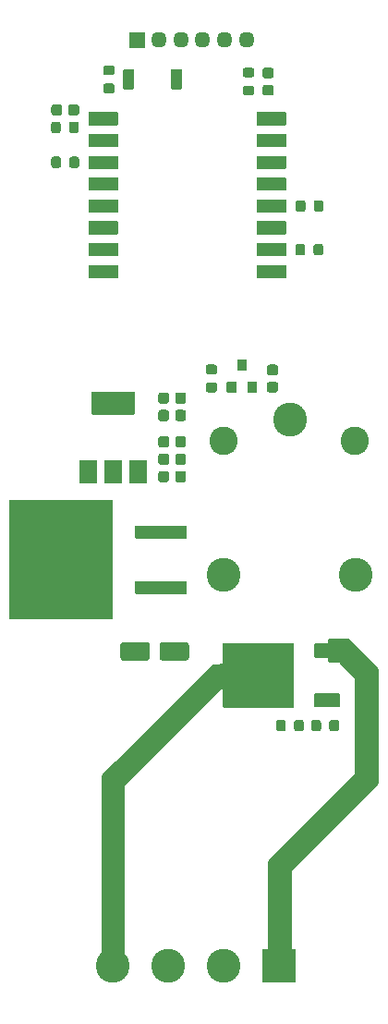
<source format=gbr>
%TF.GenerationSoftware,KiCad,Pcbnew,(5.1.8)-1*%
%TF.CreationDate,2022-05-15T10:40:37+08:00*%
%TF.ProjectId,smartkey-dc-pwm-60w,736d6172-746b-4657-992d-64632d70776d,rev?*%
%TF.SameCoordinates,Original*%
%TF.FileFunction,Soldermask,Top*%
%TF.FilePolarity,Negative*%
%FSLAX46Y46*%
G04 Gerber Fmt 4.6, Leading zero omitted, Abs format (unit mm)*
G04 Created by KiCad (PCBNEW (5.1.8)-1) date 2022-05-15 10:40:37*
%MOMM*%
%LPD*%
G01*
G04 APERTURE LIST*
%ADD10C,3.102000*%
%ADD11C,2.602000*%
%ADD12O,1.452000X1.452000*%
%ADD13C,0.254000*%
%ADD14C,0.350000*%
G04 APERTURE END LIST*
%TO.C,R9*%
G36*
G01*
X150149000Y-50700500D02*
X150149000Y-50099500D01*
G75*
G02*
X150374500Y-49874000I225500J0D01*
G01*
X150825500Y-49874000D01*
G75*
G02*
X151051000Y-50099500I0J-225500D01*
G01*
X151051000Y-50700500D01*
G75*
G02*
X150825500Y-50926000I-225500J0D01*
G01*
X150374500Y-50926000D01*
G75*
G02*
X150149000Y-50700500I0J225500D01*
G01*
G37*
G36*
G01*
X148499000Y-50700500D02*
X148499000Y-50099500D01*
G75*
G02*
X148724500Y-49874000I225500J0D01*
G01*
X149175500Y-49874000D01*
G75*
G02*
X149401000Y-50099500I0J-225500D01*
G01*
X149401000Y-50700500D01*
G75*
G02*
X149175500Y-50926000I-225500J0D01*
G01*
X148724500Y-50926000D01*
G75*
G02*
X148499000Y-50700500I0J225500D01*
G01*
G37*
%TD*%
%TO.C,R7*%
G36*
G01*
X151599000Y-94300500D02*
X151599000Y-93699500D01*
G75*
G02*
X151824500Y-93474000I225500J0D01*
G01*
X152275500Y-93474000D01*
G75*
G02*
X152501000Y-93699500I0J-225500D01*
G01*
X152501000Y-94300500D01*
G75*
G02*
X152275500Y-94526000I-225500J0D01*
G01*
X151824500Y-94526000D01*
G75*
G02*
X151599000Y-94300500I0J225500D01*
G01*
G37*
G36*
G01*
X149949000Y-94300500D02*
X149949000Y-93699500D01*
G75*
G02*
X150174500Y-93474000I225500J0D01*
G01*
X150625500Y-93474000D01*
G75*
G02*
X150851000Y-93699500I0J-225500D01*
G01*
X150851000Y-94300500D01*
G75*
G02*
X150625500Y-94526000I-225500J0D01*
G01*
X150174500Y-94526000D01*
G75*
G02*
X149949000Y-94300500I0J225500D01*
G01*
G37*
%TD*%
%TO.C,R8*%
G36*
G01*
X147626000Y-93699500D02*
X147626000Y-94300500D01*
G75*
G02*
X147400500Y-94526000I-225500J0D01*
G01*
X146949500Y-94526000D01*
G75*
G02*
X146724000Y-94300500I0J225500D01*
G01*
X146724000Y-93699500D01*
G75*
G02*
X146949500Y-93474000I225500J0D01*
G01*
X147400500Y-93474000D01*
G75*
G02*
X147626000Y-93699500I0J-225500D01*
G01*
G37*
G36*
G01*
X149276000Y-93699500D02*
X149276000Y-94300500D01*
G75*
G02*
X149050500Y-94526000I-225500J0D01*
G01*
X148599500Y-94526000D01*
G75*
G02*
X148374000Y-94300500I0J225500D01*
G01*
X148374000Y-93699500D01*
G75*
G02*
X148599500Y-93474000I225500J0D01*
G01*
X149050500Y-93474000D01*
G75*
G02*
X149276000Y-93699500I0J-225500D01*
G01*
G37*
%TD*%
%TO.C,U3*%
G36*
G01*
X130250000Y-71801000D02*
X128750000Y-71801000D01*
G75*
G02*
X128699000Y-71750000I0J51000D01*
G01*
X128699000Y-69750000D01*
G75*
G02*
X128750000Y-69699000I51000J0D01*
G01*
X130250000Y-69699000D01*
G75*
G02*
X130301000Y-69750000I0J-51000D01*
G01*
X130301000Y-71750000D01*
G75*
G02*
X130250000Y-71801000I-51000J0D01*
G01*
G37*
G36*
G01*
X134850000Y-71801000D02*
X133350000Y-71801000D01*
G75*
G02*
X133299000Y-71750000I0J51000D01*
G01*
X133299000Y-69750000D01*
G75*
G02*
X133350000Y-69699000I51000J0D01*
G01*
X134850000Y-69699000D01*
G75*
G02*
X134901000Y-69750000I0J-51000D01*
G01*
X134901000Y-71750000D01*
G75*
G02*
X134850000Y-71801000I-51000J0D01*
G01*
G37*
G36*
G01*
X132550000Y-71801000D02*
X131050000Y-71801000D01*
G75*
G02*
X130999000Y-71750000I0J51000D01*
G01*
X130999000Y-69750000D01*
G75*
G02*
X131050000Y-69699000I51000J0D01*
G01*
X132550000Y-69699000D01*
G75*
G02*
X132601000Y-69750000I0J-51000D01*
G01*
X132601000Y-71750000D01*
G75*
G02*
X132550000Y-71801000I-51000J0D01*
G01*
G37*
G36*
G01*
X133700000Y-65501000D02*
X129900000Y-65501000D01*
G75*
G02*
X129849000Y-65450000I0J51000D01*
G01*
X129849000Y-63450000D01*
G75*
G02*
X129900000Y-63399000I51000J0D01*
G01*
X133700000Y-63399000D01*
G75*
G02*
X133751000Y-63450000I0J-51000D01*
G01*
X133751000Y-65450000D01*
G75*
G02*
X133700000Y-65501000I-51000J0D01*
G01*
G37*
%TD*%
%TO.C,U2*%
G36*
G01*
X131776000Y-73400000D02*
X131776000Y-84200000D01*
G75*
G02*
X131725000Y-84251000I-51000J0D01*
G01*
X122325000Y-84251000D01*
G75*
G02*
X122274000Y-84200000I0J51000D01*
G01*
X122274000Y-73400000D01*
G75*
G02*
X122325000Y-73349000I51000J0D01*
G01*
X131725000Y-73349000D01*
G75*
G02*
X131776000Y-73400000I0J-51000D01*
G01*
G37*
G36*
G01*
X138526000Y-75710000D02*
X138526000Y-76810000D01*
G75*
G02*
X138475000Y-76861000I-51000J0D01*
G01*
X133875000Y-76861000D01*
G75*
G02*
X133824000Y-76810000I0J51000D01*
G01*
X133824000Y-75710000D01*
G75*
G02*
X133875000Y-75659000I51000J0D01*
G01*
X138475000Y-75659000D01*
G75*
G02*
X138526000Y-75710000I0J-51000D01*
G01*
G37*
G36*
G01*
X138526000Y-80790000D02*
X138526000Y-81890000D01*
G75*
G02*
X138475000Y-81941000I-51000J0D01*
G01*
X133875000Y-81941000D01*
G75*
G02*
X133824000Y-81890000I0J51000D01*
G01*
X133824000Y-80790000D01*
G75*
G02*
X133875000Y-80739000I51000J0D01*
G01*
X138475000Y-80739000D01*
G75*
G02*
X138526000Y-80790000I0J-51000D01*
G01*
G37*
%TD*%
%TO.C,C7*%
G36*
G01*
X137474000Y-64275500D02*
X137474000Y-63724500D01*
G75*
G02*
X137724500Y-63474000I250500J0D01*
G01*
X138225500Y-63474000D01*
G75*
G02*
X138476000Y-63724500I0J-250500D01*
G01*
X138476000Y-64275500D01*
G75*
G02*
X138225500Y-64526000I-250500J0D01*
G01*
X137724500Y-64526000D01*
G75*
G02*
X137474000Y-64275500I0J250500D01*
G01*
G37*
G36*
G01*
X135924000Y-64275500D02*
X135924000Y-63724500D01*
G75*
G02*
X136174500Y-63474000I250500J0D01*
G01*
X136675500Y-63474000D01*
G75*
G02*
X136926000Y-63724500I0J-250500D01*
G01*
X136926000Y-64275500D01*
G75*
G02*
X136675500Y-64526000I-250500J0D01*
G01*
X136174500Y-64526000D01*
G75*
G02*
X135924000Y-64275500I0J250500D01*
G01*
G37*
%TD*%
%TO.C,C6*%
G36*
G01*
X137474000Y-65875500D02*
X137474000Y-65324500D01*
G75*
G02*
X137724500Y-65074000I250500J0D01*
G01*
X138225500Y-65074000D01*
G75*
G02*
X138476000Y-65324500I0J-250500D01*
G01*
X138476000Y-65875500D01*
G75*
G02*
X138225500Y-66126000I-250500J0D01*
G01*
X137724500Y-66126000D01*
G75*
G02*
X137474000Y-65875500I0J250500D01*
G01*
G37*
G36*
G01*
X135924000Y-65875500D02*
X135924000Y-65324500D01*
G75*
G02*
X136174500Y-65074000I250500J0D01*
G01*
X136675500Y-65074000D01*
G75*
G02*
X136926000Y-65324500I0J-250500D01*
G01*
X136926000Y-65875500D01*
G75*
G02*
X136675500Y-66126000I-250500J0D01*
G01*
X136174500Y-66126000D01*
G75*
G02*
X135924000Y-65875500I0J250500D01*
G01*
G37*
%TD*%
%TO.C,C5*%
G36*
G01*
X137474000Y-68275500D02*
X137474000Y-67724500D01*
G75*
G02*
X137724500Y-67474000I250500J0D01*
G01*
X138225500Y-67474000D01*
G75*
G02*
X138476000Y-67724500I0J-250500D01*
G01*
X138476000Y-68275500D01*
G75*
G02*
X138225500Y-68526000I-250500J0D01*
G01*
X137724500Y-68526000D01*
G75*
G02*
X137474000Y-68275500I0J250500D01*
G01*
G37*
G36*
G01*
X135924000Y-68275500D02*
X135924000Y-67724500D01*
G75*
G02*
X136174500Y-67474000I250500J0D01*
G01*
X136675500Y-67474000D01*
G75*
G02*
X136926000Y-67724500I0J-250500D01*
G01*
X136926000Y-68275500D01*
G75*
G02*
X136675500Y-68526000I-250500J0D01*
G01*
X136174500Y-68526000D01*
G75*
G02*
X135924000Y-68275500I0J250500D01*
G01*
G37*
%TD*%
%TO.C,C4*%
G36*
G01*
X137474000Y-69875500D02*
X137474000Y-69324500D01*
G75*
G02*
X137724500Y-69074000I250500J0D01*
G01*
X138225500Y-69074000D01*
G75*
G02*
X138476000Y-69324500I0J-250500D01*
G01*
X138476000Y-69875500D01*
G75*
G02*
X138225500Y-70126000I-250500J0D01*
G01*
X137724500Y-70126000D01*
G75*
G02*
X137474000Y-69875500I0J250500D01*
G01*
G37*
G36*
G01*
X135924000Y-69875500D02*
X135924000Y-69324500D01*
G75*
G02*
X136174500Y-69074000I250500J0D01*
G01*
X136675500Y-69074000D01*
G75*
G02*
X136926000Y-69324500I0J-250500D01*
G01*
X136926000Y-69875500D01*
G75*
G02*
X136675500Y-70126000I-250500J0D01*
G01*
X136174500Y-70126000D01*
G75*
G02*
X135924000Y-69875500I0J250500D01*
G01*
G37*
%TD*%
%TO.C,C3*%
G36*
G01*
X137474000Y-71475500D02*
X137474000Y-70924500D01*
G75*
G02*
X137724500Y-70674000I250500J0D01*
G01*
X138225500Y-70674000D01*
G75*
G02*
X138476000Y-70924500I0J-250500D01*
G01*
X138476000Y-71475500D01*
G75*
G02*
X138225500Y-71726000I-250500J0D01*
G01*
X137724500Y-71726000D01*
G75*
G02*
X137474000Y-71475500I0J250500D01*
G01*
G37*
G36*
G01*
X135924000Y-71475500D02*
X135924000Y-70924500D01*
G75*
G02*
X136174500Y-70674000I250500J0D01*
G01*
X136675500Y-70674000D01*
G75*
G02*
X136926000Y-70924500I0J-250500D01*
G01*
X136926000Y-71475500D01*
G75*
G02*
X136675500Y-71726000I-250500J0D01*
G01*
X136174500Y-71726000D01*
G75*
G02*
X135924000Y-71475500I0J250500D01*
G01*
G37*
%TD*%
%TO.C,C2*%
G36*
G01*
X135151000Y-86614937D02*
X135151000Y-87785063D01*
G75*
G02*
X134885063Y-88051000I-265937J0D01*
G01*
X132714937Y-88051000D01*
G75*
G02*
X132449000Y-87785063I0J265937D01*
G01*
X132449000Y-86614937D01*
G75*
G02*
X132714937Y-86349000I265937J0D01*
G01*
X134885063Y-86349000D01*
G75*
G02*
X135151000Y-86614937I0J-265937D01*
G01*
G37*
G36*
G01*
X138751000Y-86614937D02*
X138751000Y-87785063D01*
G75*
G02*
X138485063Y-88051000I-265937J0D01*
G01*
X136314937Y-88051000D01*
G75*
G02*
X136049000Y-87785063I0J265937D01*
G01*
X136049000Y-86614937D01*
G75*
G02*
X136314937Y-86349000I265937J0D01*
G01*
X138485063Y-86349000D01*
G75*
G02*
X138751000Y-86614937I0J-265937D01*
G01*
G37*
%TD*%
%TO.C,SW1*%
G36*
G01*
X133701000Y-33950000D02*
X133701000Y-35650000D01*
G75*
G02*
X133650000Y-35701000I-51000J0D01*
G01*
X132750000Y-35701000D01*
G75*
G02*
X132699000Y-35650000I0J51000D01*
G01*
X132699000Y-33950000D01*
G75*
G02*
X132750000Y-33899000I51000J0D01*
G01*
X133650000Y-33899000D01*
G75*
G02*
X133701000Y-33950000I0J-51000D01*
G01*
G37*
G36*
G01*
X138101000Y-33950000D02*
X138101000Y-35650000D01*
G75*
G02*
X138050000Y-35701000I-51000J0D01*
G01*
X137150000Y-35701000D01*
G75*
G02*
X137099000Y-35650000I0J51000D01*
G01*
X137099000Y-33950000D01*
G75*
G02*
X137150000Y-33899000I51000J0D01*
G01*
X138050000Y-33899000D01*
G75*
G02*
X138101000Y-33950000I0J-51000D01*
G01*
G37*
%TD*%
%TO.C,Q2*%
G36*
G01*
X148351000Y-86499999D02*
X148351000Y-92300001D01*
G75*
G02*
X148300001Y-92351000I-50999J0D01*
G01*
X141899999Y-92351000D01*
G75*
G02*
X141849000Y-92300001I0J50999D01*
G01*
X141849000Y-86499999D01*
G75*
G02*
X141899999Y-86449000I50999J0D01*
G01*
X148300001Y-86449000D01*
G75*
G02*
X148351000Y-86499999I0J-50999D01*
G01*
G37*
G36*
G01*
X152551000Y-86519999D02*
X152551000Y-87720001D01*
G75*
G02*
X152500001Y-87771000I-50999J0D01*
G01*
X150299999Y-87771000D01*
G75*
G02*
X150249000Y-87720001I0J50999D01*
G01*
X150249000Y-86519999D01*
G75*
G02*
X150299999Y-86469000I50999J0D01*
G01*
X152500001Y-86469000D01*
G75*
G02*
X152551000Y-86519999I0J-50999D01*
G01*
G37*
G36*
G01*
X152551000Y-91079999D02*
X152551000Y-92280001D01*
G75*
G02*
X152500001Y-92331000I-50999J0D01*
G01*
X150299999Y-92331000D01*
G75*
G02*
X150249000Y-92280001I0J50999D01*
G01*
X150249000Y-91079999D01*
G75*
G02*
X150299999Y-91029000I50999J0D01*
G01*
X152500001Y-91029000D01*
G75*
G02*
X152551000Y-91079999I0J-50999D01*
G01*
G37*
%TD*%
%TO.C,U1*%
G36*
G01*
X144949000Y-38950000D02*
X144949000Y-37850000D01*
G75*
G02*
X145000000Y-37799000I51000J0D01*
G01*
X147600000Y-37799000D01*
G75*
G02*
X147651000Y-37850000I0J-51000D01*
G01*
X147651000Y-38950000D01*
G75*
G02*
X147600000Y-39001000I-51000J0D01*
G01*
X145000000Y-39001000D01*
G75*
G02*
X144949000Y-38950000I0J51000D01*
G01*
G37*
G36*
G01*
X144949000Y-40950000D02*
X144949000Y-39850000D01*
G75*
G02*
X145000000Y-39799000I51000J0D01*
G01*
X147600000Y-39799000D01*
G75*
G02*
X147651000Y-39850000I0J-51000D01*
G01*
X147651000Y-40950000D01*
G75*
G02*
X147600000Y-41001000I-51000J0D01*
G01*
X145000000Y-41001000D01*
G75*
G02*
X144949000Y-40950000I0J51000D01*
G01*
G37*
G36*
G01*
X144949000Y-42950000D02*
X144949000Y-41850000D01*
G75*
G02*
X145000000Y-41799000I51000J0D01*
G01*
X147600000Y-41799000D01*
G75*
G02*
X147651000Y-41850000I0J-51000D01*
G01*
X147651000Y-42950000D01*
G75*
G02*
X147600000Y-43001000I-51000J0D01*
G01*
X145000000Y-43001000D01*
G75*
G02*
X144949000Y-42950000I0J51000D01*
G01*
G37*
G36*
G01*
X144949000Y-44950000D02*
X144949000Y-43850000D01*
G75*
G02*
X145000000Y-43799000I51000J0D01*
G01*
X147600000Y-43799000D01*
G75*
G02*
X147651000Y-43850000I0J-51000D01*
G01*
X147651000Y-44950000D01*
G75*
G02*
X147600000Y-45001000I-51000J0D01*
G01*
X145000000Y-45001000D01*
G75*
G02*
X144949000Y-44950000I0J51000D01*
G01*
G37*
G36*
G01*
X144949000Y-46950000D02*
X144949000Y-45850000D01*
G75*
G02*
X145000000Y-45799000I51000J0D01*
G01*
X147600000Y-45799000D01*
G75*
G02*
X147651000Y-45850000I0J-51000D01*
G01*
X147651000Y-46950000D01*
G75*
G02*
X147600000Y-47001000I-51000J0D01*
G01*
X145000000Y-47001000D01*
G75*
G02*
X144949000Y-46950000I0J51000D01*
G01*
G37*
G36*
G01*
X144949000Y-48950000D02*
X144949000Y-47850000D01*
G75*
G02*
X145000000Y-47799000I51000J0D01*
G01*
X147600000Y-47799000D01*
G75*
G02*
X147651000Y-47850000I0J-51000D01*
G01*
X147651000Y-48950000D01*
G75*
G02*
X147600000Y-49001000I-51000J0D01*
G01*
X145000000Y-49001000D01*
G75*
G02*
X144949000Y-48950000I0J51000D01*
G01*
G37*
G36*
G01*
X144949000Y-50950000D02*
X144949000Y-49850000D01*
G75*
G02*
X145000000Y-49799000I51000J0D01*
G01*
X147600000Y-49799000D01*
G75*
G02*
X147651000Y-49850000I0J-51000D01*
G01*
X147651000Y-50950000D01*
G75*
G02*
X147600000Y-51001000I-51000J0D01*
G01*
X145000000Y-51001000D01*
G75*
G02*
X144949000Y-50950000I0J51000D01*
G01*
G37*
G36*
G01*
X144949000Y-52950000D02*
X144949000Y-51850000D01*
G75*
G02*
X145000000Y-51799000I51000J0D01*
G01*
X147600000Y-51799000D01*
G75*
G02*
X147651000Y-51850000I0J-51000D01*
G01*
X147651000Y-52950000D01*
G75*
G02*
X147600000Y-53001000I-51000J0D01*
G01*
X145000000Y-53001000D01*
G75*
G02*
X144949000Y-52950000I0J51000D01*
G01*
G37*
G36*
G01*
X129549000Y-52950000D02*
X129549000Y-51850000D01*
G75*
G02*
X129600000Y-51799000I51000J0D01*
G01*
X132200000Y-51799000D01*
G75*
G02*
X132251000Y-51850000I0J-51000D01*
G01*
X132251000Y-52950000D01*
G75*
G02*
X132200000Y-53001000I-51000J0D01*
G01*
X129600000Y-53001000D01*
G75*
G02*
X129549000Y-52950000I0J51000D01*
G01*
G37*
G36*
G01*
X129549000Y-50950000D02*
X129549000Y-49850000D01*
G75*
G02*
X129600000Y-49799000I51000J0D01*
G01*
X132200000Y-49799000D01*
G75*
G02*
X132251000Y-49850000I0J-51000D01*
G01*
X132251000Y-50950000D01*
G75*
G02*
X132200000Y-51001000I-51000J0D01*
G01*
X129600000Y-51001000D01*
G75*
G02*
X129549000Y-50950000I0J51000D01*
G01*
G37*
G36*
G01*
X129549000Y-48950000D02*
X129549000Y-47850000D01*
G75*
G02*
X129600000Y-47799000I51000J0D01*
G01*
X132200000Y-47799000D01*
G75*
G02*
X132251000Y-47850000I0J-51000D01*
G01*
X132251000Y-48950000D01*
G75*
G02*
X132200000Y-49001000I-51000J0D01*
G01*
X129600000Y-49001000D01*
G75*
G02*
X129549000Y-48950000I0J51000D01*
G01*
G37*
G36*
G01*
X129549000Y-46950000D02*
X129549000Y-45850000D01*
G75*
G02*
X129600000Y-45799000I51000J0D01*
G01*
X132200000Y-45799000D01*
G75*
G02*
X132251000Y-45850000I0J-51000D01*
G01*
X132251000Y-46950000D01*
G75*
G02*
X132200000Y-47001000I-51000J0D01*
G01*
X129600000Y-47001000D01*
G75*
G02*
X129549000Y-46950000I0J51000D01*
G01*
G37*
G36*
G01*
X129549000Y-44950000D02*
X129549000Y-43850000D01*
G75*
G02*
X129600000Y-43799000I51000J0D01*
G01*
X132200000Y-43799000D01*
G75*
G02*
X132251000Y-43850000I0J-51000D01*
G01*
X132251000Y-44950000D01*
G75*
G02*
X132200000Y-45001000I-51000J0D01*
G01*
X129600000Y-45001000D01*
G75*
G02*
X129549000Y-44950000I0J51000D01*
G01*
G37*
G36*
G01*
X129549000Y-42950000D02*
X129549000Y-41850000D01*
G75*
G02*
X129600000Y-41799000I51000J0D01*
G01*
X132200000Y-41799000D01*
G75*
G02*
X132251000Y-41850000I0J-51000D01*
G01*
X132251000Y-42950000D01*
G75*
G02*
X132200000Y-43001000I-51000J0D01*
G01*
X129600000Y-43001000D01*
G75*
G02*
X129549000Y-42950000I0J51000D01*
G01*
G37*
G36*
G01*
X129549000Y-40950000D02*
X129549000Y-39850000D01*
G75*
G02*
X129600000Y-39799000I51000J0D01*
G01*
X132200000Y-39799000D01*
G75*
G02*
X132251000Y-39850000I0J-51000D01*
G01*
X132251000Y-40950000D01*
G75*
G02*
X132200000Y-41001000I-51000J0D01*
G01*
X129600000Y-41001000D01*
G75*
G02*
X129549000Y-40950000I0J51000D01*
G01*
G37*
G36*
G01*
X129549000Y-38950000D02*
X129549000Y-37850000D01*
G75*
G02*
X129600000Y-37799000I51000J0D01*
G01*
X132200000Y-37799000D01*
G75*
G02*
X132251000Y-37850000I0J-51000D01*
G01*
X132251000Y-38950000D01*
G75*
G02*
X132200000Y-39001000I-51000J0D01*
G01*
X129600000Y-39001000D01*
G75*
G02*
X129549000Y-38950000I0J51000D01*
G01*
G37*
%TD*%
%TO.C,R6*%
G36*
G01*
X144500500Y-34626000D02*
X143899500Y-34626000D01*
G75*
G02*
X143674000Y-34400500I0J225500D01*
G01*
X143674000Y-33949500D01*
G75*
G02*
X143899500Y-33724000I225500J0D01*
G01*
X144500500Y-33724000D01*
G75*
G02*
X144726000Y-33949500I0J-225500D01*
G01*
X144726000Y-34400500D01*
G75*
G02*
X144500500Y-34626000I-225500J0D01*
G01*
G37*
G36*
G01*
X144500500Y-36276000D02*
X143899500Y-36276000D01*
G75*
G02*
X143674000Y-36050500I0J225500D01*
G01*
X143674000Y-35599500D01*
G75*
G02*
X143899500Y-35374000I225500J0D01*
G01*
X144500500Y-35374000D01*
G75*
G02*
X144726000Y-35599500I0J-225500D01*
G01*
X144726000Y-36050500D01*
G75*
G02*
X144500500Y-36276000I-225500J0D01*
G01*
G37*
%TD*%
%TO.C,R5*%
G36*
G01*
X141100500Y-61826000D02*
X140499500Y-61826000D01*
G75*
G02*
X140274000Y-61600500I0J225500D01*
G01*
X140274000Y-61149500D01*
G75*
G02*
X140499500Y-60924000I225500J0D01*
G01*
X141100500Y-60924000D01*
G75*
G02*
X141326000Y-61149500I0J-225500D01*
G01*
X141326000Y-61600500D01*
G75*
G02*
X141100500Y-61826000I-225500J0D01*
G01*
G37*
G36*
G01*
X141100500Y-63476000D02*
X140499500Y-63476000D01*
G75*
G02*
X140274000Y-63250500I0J225500D01*
G01*
X140274000Y-62799500D01*
G75*
G02*
X140499500Y-62574000I225500J0D01*
G01*
X141100500Y-62574000D01*
G75*
G02*
X141326000Y-62799500I0J-225500D01*
G01*
X141326000Y-63250500D01*
G75*
G02*
X141100500Y-63476000I-225500J0D01*
G01*
G37*
%TD*%
%TO.C,R4*%
G36*
G01*
X131099500Y-35174000D02*
X131700500Y-35174000D01*
G75*
G02*
X131926000Y-35399500I0J-225500D01*
G01*
X131926000Y-35850500D01*
G75*
G02*
X131700500Y-36076000I-225500J0D01*
G01*
X131099500Y-36076000D01*
G75*
G02*
X130874000Y-35850500I0J225500D01*
G01*
X130874000Y-35399500D01*
G75*
G02*
X131099500Y-35174000I225500J0D01*
G01*
G37*
G36*
G01*
X131099500Y-33524000D02*
X131700500Y-33524000D01*
G75*
G02*
X131926000Y-33749500I0J-225500D01*
G01*
X131926000Y-34200500D01*
G75*
G02*
X131700500Y-34426000I-225500J0D01*
G01*
X131099500Y-34426000D01*
G75*
G02*
X130874000Y-34200500I0J225500D01*
G01*
X130874000Y-33749500D01*
G75*
G02*
X131099500Y-33524000I225500J0D01*
G01*
G37*
%TD*%
%TO.C,R3*%
G36*
G01*
X127774000Y-42700500D02*
X127774000Y-42099500D01*
G75*
G02*
X127999500Y-41874000I225500J0D01*
G01*
X128450500Y-41874000D01*
G75*
G02*
X128676000Y-42099500I0J-225500D01*
G01*
X128676000Y-42700500D01*
G75*
G02*
X128450500Y-42926000I-225500J0D01*
G01*
X127999500Y-42926000D01*
G75*
G02*
X127774000Y-42700500I0J225500D01*
G01*
G37*
G36*
G01*
X126124000Y-42700500D02*
X126124000Y-42099500D01*
G75*
G02*
X126349500Y-41874000I225500J0D01*
G01*
X126800500Y-41874000D01*
G75*
G02*
X127026000Y-42099500I0J-225500D01*
G01*
X127026000Y-42700500D01*
G75*
G02*
X126800500Y-42926000I-225500J0D01*
G01*
X126349500Y-42926000D01*
G75*
G02*
X126124000Y-42700500I0J225500D01*
G01*
G37*
%TD*%
%TO.C,R2*%
G36*
G01*
X149426000Y-46099500D02*
X149426000Y-46700500D01*
G75*
G02*
X149200500Y-46926000I-225500J0D01*
G01*
X148749500Y-46926000D01*
G75*
G02*
X148524000Y-46700500I0J225500D01*
G01*
X148524000Y-46099500D01*
G75*
G02*
X148749500Y-45874000I225500J0D01*
G01*
X149200500Y-45874000D01*
G75*
G02*
X149426000Y-46099500I0J-225500D01*
G01*
G37*
G36*
G01*
X151076000Y-46099500D02*
X151076000Y-46700500D01*
G75*
G02*
X150850500Y-46926000I-225500J0D01*
G01*
X150399500Y-46926000D01*
G75*
G02*
X150174000Y-46700500I0J225500D01*
G01*
X150174000Y-46099500D01*
G75*
G02*
X150399500Y-45874000I225500J0D01*
G01*
X150850500Y-45874000D01*
G75*
G02*
X151076000Y-46099500I0J-225500D01*
G01*
G37*
%TD*%
%TO.C,R1*%
G36*
G01*
X127749000Y-39500500D02*
X127749000Y-38899500D01*
G75*
G02*
X127974500Y-38674000I225500J0D01*
G01*
X128425500Y-38674000D01*
G75*
G02*
X128651000Y-38899500I0J-225500D01*
G01*
X128651000Y-39500500D01*
G75*
G02*
X128425500Y-39726000I-225500J0D01*
G01*
X127974500Y-39726000D01*
G75*
G02*
X127749000Y-39500500I0J225500D01*
G01*
G37*
G36*
G01*
X126099000Y-39500500D02*
X126099000Y-38899500D01*
G75*
G02*
X126324500Y-38674000I225500J0D01*
G01*
X126775500Y-38674000D01*
G75*
G02*
X127001000Y-38899500I0J-225500D01*
G01*
X127001000Y-39500500D01*
G75*
G02*
X126775500Y-39726000I-225500J0D01*
G01*
X126324500Y-39726000D01*
G75*
G02*
X126099000Y-39500500I0J225500D01*
G01*
G37*
%TD*%
%TO.C,Q1*%
G36*
G01*
X144000000Y-61501000D02*
X143200000Y-61501000D01*
G75*
G02*
X143149000Y-61450000I0J51000D01*
G01*
X143149000Y-60550000D01*
G75*
G02*
X143200000Y-60499000I51000J0D01*
G01*
X144000000Y-60499000D01*
G75*
G02*
X144051000Y-60550000I0J-51000D01*
G01*
X144051000Y-61450000D01*
G75*
G02*
X144000000Y-61501000I-51000J0D01*
G01*
G37*
G36*
G01*
X144950000Y-63501000D02*
X144150000Y-63501000D01*
G75*
G02*
X144099000Y-63450000I0J51000D01*
G01*
X144099000Y-62550000D01*
G75*
G02*
X144150000Y-62499000I51000J0D01*
G01*
X144950000Y-62499000D01*
G75*
G02*
X145001000Y-62550000I0J-51000D01*
G01*
X145001000Y-63450000D01*
G75*
G02*
X144950000Y-63501000I-51000J0D01*
G01*
G37*
G36*
G01*
X143050000Y-63501000D02*
X142250000Y-63501000D01*
G75*
G02*
X142199000Y-63450000I0J51000D01*
G01*
X142199000Y-62550000D01*
G75*
G02*
X142250000Y-62499000I51000J0D01*
G01*
X143050000Y-62499000D01*
G75*
G02*
X143101000Y-62550000I0J-51000D01*
G01*
X143101000Y-63450000D01*
G75*
G02*
X143050000Y-63501000I-51000J0D01*
G01*
G37*
%TD*%
D10*
%TO.C,K1*%
X148000000Y-66000000D03*
D11*
X153950000Y-67950000D03*
D10*
X154000000Y-80200000D03*
X141950000Y-80150000D03*
D11*
X141950000Y-67950000D03*
%TD*%
D12*
%TO.C,J4*%
X144000000Y-31200000D03*
X142000000Y-31200000D03*
X140000000Y-31200000D03*
X138000000Y-31200000D03*
X136000000Y-31200000D03*
G36*
G01*
X134675000Y-31926000D02*
X133325000Y-31926000D01*
G75*
G02*
X133274000Y-31875000I0J51000D01*
G01*
X133274000Y-30525000D01*
G75*
G02*
X133325000Y-30474000I51000J0D01*
G01*
X134675000Y-30474000D01*
G75*
G02*
X134726000Y-30525000I0J-51000D01*
G01*
X134726000Y-31875000D01*
G75*
G02*
X134675000Y-31926000I-51000J0D01*
G01*
G37*
%TD*%
D10*
%TO.C,J3*%
X131760000Y-116000000D03*
G36*
G01*
X148551000Y-114500000D02*
X148551000Y-117500000D01*
G75*
G02*
X148500000Y-117551000I-51000J0D01*
G01*
X145500000Y-117551000D01*
G75*
G02*
X145449000Y-117500000I0J51000D01*
G01*
X145449000Y-114500000D01*
G75*
G02*
X145500000Y-114449000I51000J0D01*
G01*
X148500000Y-114449000D01*
G75*
G02*
X148551000Y-114500000I0J-51000D01*
G01*
G37*
X136840000Y-116000000D03*
X141920000Y-116000000D03*
%TD*%
%TO.C,D4*%
G36*
G01*
X145718250Y-35299000D02*
X146281750Y-35299000D01*
G75*
G02*
X146526000Y-35543250I0J-244250D01*
G01*
X146526000Y-36031750D01*
G75*
G02*
X146281750Y-36276000I-244250J0D01*
G01*
X145718250Y-36276000D01*
G75*
G02*
X145474000Y-36031750I0J244250D01*
G01*
X145474000Y-35543250D01*
G75*
G02*
X145718250Y-35299000I244250J0D01*
G01*
G37*
G36*
G01*
X145718250Y-33724000D02*
X146281750Y-33724000D01*
G75*
G02*
X146526000Y-33968250I0J-244250D01*
G01*
X146526000Y-34456750D01*
G75*
G02*
X146281750Y-34701000I-244250J0D01*
G01*
X145718250Y-34701000D01*
G75*
G02*
X145474000Y-34456750I0J244250D01*
G01*
X145474000Y-33968250D01*
G75*
G02*
X145718250Y-33724000I244250J0D01*
G01*
G37*
%TD*%
%TO.C,D1*%
G36*
G01*
X146681750Y-61901000D02*
X146118250Y-61901000D01*
G75*
G02*
X145874000Y-61656750I0J244250D01*
G01*
X145874000Y-61168250D01*
G75*
G02*
X146118250Y-60924000I244250J0D01*
G01*
X146681750Y-60924000D01*
G75*
G02*
X146926000Y-61168250I0J-244250D01*
G01*
X146926000Y-61656750D01*
G75*
G02*
X146681750Y-61901000I-244250J0D01*
G01*
G37*
G36*
G01*
X146681750Y-63476000D02*
X146118250Y-63476000D01*
G75*
G02*
X145874000Y-63231750I0J244250D01*
G01*
X145874000Y-62743250D01*
G75*
G02*
X146118250Y-62499000I244250J0D01*
G01*
X146681750Y-62499000D01*
G75*
G02*
X146926000Y-62743250I0J-244250D01*
G01*
X146926000Y-63231750D01*
G75*
G02*
X146681750Y-63476000I-244250J0D01*
G01*
G37*
%TD*%
%TO.C,C1*%
G36*
G01*
X127126000Y-37324500D02*
X127126000Y-37875500D01*
G75*
G02*
X126875500Y-38126000I-250500J0D01*
G01*
X126374500Y-38126000D01*
G75*
G02*
X126124000Y-37875500I0J250500D01*
G01*
X126124000Y-37324500D01*
G75*
G02*
X126374500Y-37074000I250500J0D01*
G01*
X126875500Y-37074000D01*
G75*
G02*
X127126000Y-37324500I0J-250500D01*
G01*
G37*
G36*
G01*
X128676000Y-37324500D02*
X128676000Y-37875500D01*
G75*
G02*
X128425500Y-38126000I-250500J0D01*
G01*
X127924500Y-38126000D01*
G75*
G02*
X127674000Y-37875500I0J250500D01*
G01*
X127674000Y-37324500D01*
G75*
G02*
X127924500Y-37074000I250500J0D01*
G01*
X128425500Y-37074000D01*
G75*
G02*
X128676000Y-37324500I0J-250500D01*
G01*
G37*
%TD*%
D13*
X155973000Y-88852606D02*
X155973000Y-99247394D01*
X148010197Y-107210197D01*
X147994403Y-107229443D01*
X147982667Y-107251399D01*
X147975440Y-107275224D01*
X147973000Y-107300000D01*
X147973000Y-114373000D01*
X146027000Y-114373000D01*
X146027000Y-106452606D01*
X153989803Y-98489803D01*
X154005597Y-98470557D01*
X154017333Y-98448601D01*
X154024560Y-98424776D01*
X154027000Y-98400000D01*
X154027000Y-89700000D01*
X154024560Y-89675224D01*
X154017333Y-89651399D01*
X154005597Y-89629443D01*
X153992844Y-89613346D01*
X152592844Y-88113346D01*
X152574155Y-88096898D01*
X152552615Y-88084412D01*
X152529054Y-88076368D01*
X152500000Y-88073000D01*
X151527000Y-88073000D01*
X151527000Y-86127000D01*
X153247394Y-86127000D01*
X155973000Y-88852606D01*
D14*
G36*
X155973000Y-88852606D02*
G01*
X155973000Y-99247394D01*
X148010197Y-107210197D01*
X147994403Y-107229443D01*
X147982667Y-107251399D01*
X147975440Y-107275224D01*
X147973000Y-107300000D01*
X147973000Y-114373000D01*
X146027000Y-114373000D01*
X146027000Y-106452606D01*
X153989803Y-98489803D01*
X154005597Y-98470557D01*
X154017333Y-98448601D01*
X154024560Y-98424776D01*
X154027000Y-98400000D01*
X154027000Y-89700000D01*
X154024560Y-89675224D01*
X154017333Y-89651399D01*
X154005597Y-89629443D01*
X153992844Y-89613346D01*
X152592844Y-88113346D01*
X152574155Y-88096898D01*
X152552615Y-88084412D01*
X152529054Y-88076368D01*
X152500000Y-88073000D01*
X151527000Y-88073000D01*
X151527000Y-86127000D01*
X153247394Y-86127000D01*
X155973000Y-88852606D01*
G37*
D13*
X141780263Y-90340131D02*
X132710197Y-99410197D01*
X132694403Y-99429443D01*
X132682667Y-99451399D01*
X132675440Y-99475224D01*
X132673000Y-99500000D01*
X132673000Y-115173000D01*
X130827000Y-115173000D01*
X130827000Y-98552972D01*
X140956554Y-88522727D01*
X142052944Y-88431361D01*
X141780263Y-90340131D01*
D14*
G36*
X141780263Y-90340131D02*
G01*
X132710197Y-99410197D01*
X132694403Y-99429443D01*
X132682667Y-99451399D01*
X132675440Y-99475224D01*
X132673000Y-99500000D01*
X132673000Y-115173000D01*
X130827000Y-115173000D01*
X130827000Y-98552972D01*
X140956554Y-88522727D01*
X142052944Y-88431361D01*
X141780263Y-90340131D01*
G37*
G36*
X141851000Y-90451000D02*
G01*
X141851000Y-90752775D01*
X141850000Y-90754507D01*
X141848000Y-90754507D01*
X141847010Y-90752971D01*
X141844628Y-90728784D01*
X141837628Y-90705709D01*
X141826263Y-90684445D01*
X141810968Y-90665808D01*
X141792331Y-90650513D01*
X141771067Y-90639148D01*
X141747992Y-90632148D01*
X141724001Y-90629785D01*
X141700010Y-90632148D01*
X141676935Y-90639148D01*
X141655671Y-90650513D01*
X141636882Y-90665933D01*
X141634908Y-90666259D01*
X141633640Y-90664713D01*
X141634199Y-90662973D01*
X141847586Y-90449586D01*
X141849518Y-90449068D01*
X141851000Y-90451000D01*
G37*
M02*

</source>
